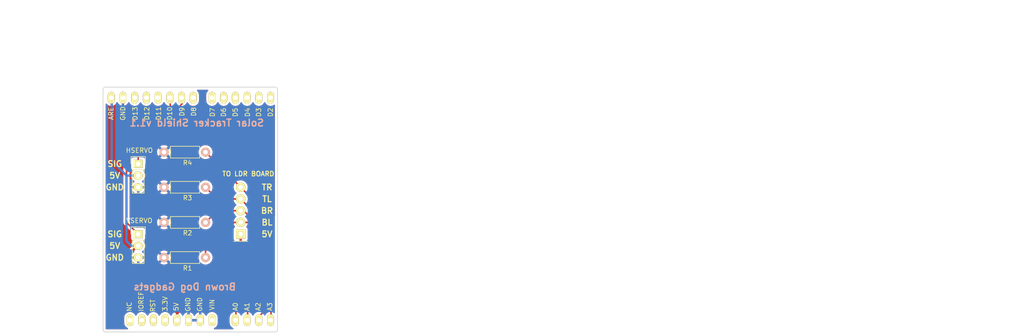
<source format=kicad_pcb>
(kicad_pcb (version 4) (host pcbnew 4.0.7-e2-6376~58~ubuntu16.04.1)

  (general
    (links 22)
    (no_connects 4)
    (area 0.004 29.337 222.092759 101.596)
    (thickness 1.6)
    (drawings 23)
    (tracks 46)
    (zones 0)
    (modules 8)
    (nets 9)
  )

  (page USLetter)
  (title_block
    (title "Solar Tracker Arduino Shield")
    (date "08 May 2017")
    (rev "v1.1")
    (company "All rights reserved.")
    (comment 1 "help@browndoggadgets.com")
    (comment 2 "http://browndoggadgets.com/")
    (comment 3 "Brown Dog Gadgets")
  )

  (layers
    (0 F.Cu signal)
    (31 B.Cu signal)
    (34 B.Paste user)
    (35 F.Paste user)
    (36 B.SilkS user)
    (37 F.SilkS user)
    (38 B.Mask user)
    (39 F.Mask user)
    (40 Dwgs.User user)
    (44 Edge.Cuts user)
    (46 B.CrtYd user)
    (47 F.CrtYd user)
    (48 B.Fab user)
    (49 F.Fab user)
  )

  (setup
    (last_trace_width 0.254)
    (user_trace_width 0.1524)
    (user_trace_width 0.254)
    (user_trace_width 0.3302)
    (user_trace_width 0.508)
    (user_trace_width 0.762)
    (user_trace_width 1.27)
    (trace_clearance 0.254)
    (zone_clearance 0.508)
    (zone_45_only no)
    (trace_min 0.1524)
    (segment_width 0.1524)
    (edge_width 0.1524)
    (via_size 0.6858)
    (via_drill 0.3302)
    (via_min_size 0.6858)
    (via_min_drill 0.3302)
    (user_via 0.6858 0.3302)
    (user_via 0.762 0.4064)
    (user_via 0.8636 0.508)
    (uvia_size 0.6858)
    (uvia_drill 0.3302)
    (uvias_allowed no)
    (uvia_min_size 0)
    (uvia_min_drill 0)
    (pcb_text_width 0.1524)
    (pcb_text_size 1.016 1.016)
    (mod_edge_width 0.1524)
    (mod_text_size 1.016 1.016)
    (mod_text_width 0.1524)
    (pad_size 1.524 1.524)
    (pad_drill 0.762)
    (pad_to_mask_clearance 0.0762)
    (solder_mask_min_width 0.1016)
    (pad_to_paste_clearance -0.0762)
    (aux_axis_origin 0 0)
    (visible_elements FFFEDF7D)
    (pcbplotparams
      (layerselection 0x310fc_80000001)
      (usegerberextensions true)
      (excludeedgelayer true)
      (linewidth 0.100000)
      (plotframeref false)
      (viasonmask false)
      (mode 1)
      (useauxorigin false)
      (hpglpennumber 1)
      (hpglpenspeed 20)
      (hpglpendiameter 15)
      (hpglpenoverlay 2)
      (psnegative false)
      (psa4output false)
      (plotreference true)
      (plotvalue true)
      (plotinvisibletext false)
      (padsonsilk false)
      (subtractmaskfromsilk false)
      (outputformat 1)
      (mirror false)
      (drillshape 0)
      (scaleselection 1)
      (outputdirectory gerbers))
  )

  (net 0 "")
  (net 1 GND)
  (net 2 +5V)
  (net 3 /A0/BOTTOMLEFT)
  (net 4 /A1/BOTTOMRIGHT)
  (net 5 /A2/TOPLEFT)
  (net 6 /A3/TOPRIGHT)
  (net 7 /D9/HORIZONTAL_SERVO)
  (net 8 /D10/VERTICAL_SERVO)

  (net_class Default "This is the default net class."
    (clearance 0.254)
    (trace_width 0.254)
    (via_dia 0.6858)
    (via_drill 0.3302)
    (uvia_dia 0.6858)
    (uvia_drill 0.3302)
    (add_net +5V)
    (add_net /A0/BOTTOMLEFT)
    (add_net /A1/BOTTOMRIGHT)
    (add_net /A2/TOPLEFT)
    (add_net /A3/TOPRIGHT)
    (add_net /D10/VERTICAL_SERVO)
    (add_net /D9/HORIZONTAL_SERVO)
    (add_net GND)
  )

  (module Wickerlib:CONN-HEADER-STRAIGHT-P2.54MM-1x03 (layer F.Cu) (tedit 5910DA14) (tstamp 57D617B5)
    (at 30.226 79.883)
    (descr "Through hole pin header")
    (tags "pin header")
    (path /57CF461B)
    (fp_text reference J2 (at 0 2.794) (layer F.Fab)
      (effects (font (size 1 1) (thickness 0.15)))
    )
    (fp_text value SERVO (at 0 2.794 90) (layer F.CrtYd)
      (effects (font (size 1 1) (thickness 0.15)))
    )
    (fp_text user VSERVO (at 0.254 -2.921) (layer F.SilkS)
      (effects (font (size 1 1) (thickness 0.15)))
    )
    (fp_line (start -1.778 6.858) (end -1.778 -1.778) (layer F.Fab) (width 0.05))
    (fp_line (start 1.778 6.858) (end -1.778 6.858) (layer F.Fab) (width 0.05))
    (fp_line (start 1.778 -1.778) (end 1.778 6.858) (layer F.Fab) (width 0.05))
    (fp_line (start -1.778 -1.778) (end 1.778 -1.778) (layer F.Fab) (width 0.05))
    (fp_line (start -1.75 -1.75) (end -1.75 6.85) (layer F.CrtYd) (width 0.05))
    (fp_line (start 1.75 -1.75) (end 1.75 6.85) (layer F.CrtYd) (width 0.05))
    (fp_line (start -1.75 -1.75) (end 1.75 -1.75) (layer F.CrtYd) (width 0.05))
    (fp_line (start -1.75 6.85) (end 1.75 6.85) (layer F.CrtYd) (width 0.05))
    (fp_line (start -1.27 1.27) (end -1.27 6.35) (layer F.SilkS) (width 0.15))
    (fp_line (start -1.27 6.35) (end 1.27 6.35) (layer F.SilkS) (width 0.15))
    (fp_line (start 1.27 6.35) (end 1.27 1.27) (layer F.SilkS) (width 0.15))
    (fp_line (start 1.55 -1.55) (end 1.55 0) (layer F.SilkS) (width 0.15))
    (fp_line (start 1.27 1.27) (end -1.27 1.27) (layer F.SilkS) (width 0.15))
    (fp_line (start -1.55 0) (end -1.55 -1.55) (layer F.SilkS) (width 0.15))
    (fp_line (start -1.55 -1.55) (end 1.55 -1.55) (layer F.SilkS) (width 0.15))
    (pad 1 thru_hole rect (at 0 0) (size 2.032 1.7272) (drill 1.016) (layers *.Cu *.Mask F.SilkS)
      (net 8 /D10/VERTICAL_SERVO))
    (pad 2 thru_hole oval (at 0 2.54) (size 2.032 1.7272) (drill 1.016) (layers *.Cu *.Mask F.SilkS)
      (net 2 +5V))
    (pad 3 thru_hole oval (at 0 5.08) (size 2.032 1.7272) (drill 1.016) (layers *.Cu *.Mask F.SilkS)
      (net 1 GND))
  )

  (module Wickerlib:CONN-HEADER-STRAIGHT-P2.54MM-1x03 (layer F.Cu) (tedit 5910DA10) (tstamp 57D617AE)
    (at 30.226 64.643)
    (descr "Through hole pin header")
    (tags "pin header")
    (path /57CF459B)
    (fp_text reference J1 (at 0 2.794) (layer F.Fab)
      (effects (font (size 1 1) (thickness 0.15)))
    )
    (fp_text value SERVO (at 0 2.794 90) (layer F.CrtYd)
      (effects (font (size 1 1) (thickness 0.15)))
    )
    (fp_text user HSERVO (at 0.254 -2.921) (layer F.SilkS)
      (effects (font (size 1 1) (thickness 0.15)))
    )
    (fp_line (start -1.778 6.858) (end -1.778 -1.778) (layer F.Fab) (width 0.05))
    (fp_line (start 1.778 6.858) (end -1.778 6.858) (layer F.Fab) (width 0.05))
    (fp_line (start 1.778 -1.778) (end 1.778 6.858) (layer F.Fab) (width 0.05))
    (fp_line (start -1.778 -1.778) (end 1.778 -1.778) (layer F.Fab) (width 0.05))
    (fp_line (start -1.75 -1.75) (end -1.75 6.85) (layer F.CrtYd) (width 0.05))
    (fp_line (start 1.75 -1.75) (end 1.75 6.85) (layer F.CrtYd) (width 0.05))
    (fp_line (start -1.75 -1.75) (end 1.75 -1.75) (layer F.CrtYd) (width 0.05))
    (fp_line (start -1.75 6.85) (end 1.75 6.85) (layer F.CrtYd) (width 0.05))
    (fp_line (start -1.27 1.27) (end -1.27 6.35) (layer F.SilkS) (width 0.15))
    (fp_line (start -1.27 6.35) (end 1.27 6.35) (layer F.SilkS) (width 0.15))
    (fp_line (start 1.27 6.35) (end 1.27 1.27) (layer F.SilkS) (width 0.15))
    (fp_line (start 1.55 -1.55) (end 1.55 0) (layer F.SilkS) (width 0.15))
    (fp_line (start 1.27 1.27) (end -1.27 1.27) (layer F.SilkS) (width 0.15))
    (fp_line (start -1.55 0) (end -1.55 -1.55) (layer F.SilkS) (width 0.15))
    (fp_line (start -1.55 -1.55) (end 1.55 -1.55) (layer F.SilkS) (width 0.15))
    (pad 1 thru_hole rect (at 0 0) (size 2.032 1.7272) (drill 1.016) (layers *.Cu *.Mask F.SilkS)
      (net 7 /D9/HORIZONTAL_SERVO))
    (pad 2 thru_hole oval (at 0 2.54) (size 2.032 1.7272) (drill 1.016) (layers *.Cu *.Mask F.SilkS)
      (net 2 +5V))
    (pad 3 thru_hole oval (at 0 5.08) (size 2.032 1.7272) (drill 1.016) (layers *.Cu *.Mask F.SilkS)
      (net 1 GND))
  )

  (module Wickerlib:CONN-ONSHORE-SCREW-GREEN-5PIN-TH (layer F.Cu) (tedit 5910DA02) (tstamp 57D62735)
    (at 52.451 79.883 180)
    (descr "Through hole pin header")
    (tags "pin header")
    (path /57D62907)
    (fp_text reference J3 (at 0 2.54 180) (layer F.Fab)
      (effects (font (size 1 1) (thickness 0.15)))
    )
    (fp_text value "TO LDR BOARD" (at 2.286 3.302 270) (layer F.Fab) hide
      (effects (font (size 1 1) (thickness 0.15)))
    )
    (fp_circle (center 0 0) (end 0 0.254) (layer F.Fab) (width 0.2))
    (fp_text user "TO LDR BOARD" (at -1.651 13.081 360) (layer F.SilkS)
      (effects (font (size 1.016 1.016) (thickness 0.2032)))
    )
    (fp_line (start -3.33 -1.75) (end -3.33 11.76) (layer F.CrtYd) (width 0.05))
    (fp_line (start 3.33 -1.75) (end 3.33 11.76) (layer F.CrtYd) (width 0.05))
    (fp_line (start -3.3 -1.75) (end 3.3 -1.75) (layer F.CrtYd) (width 0.05))
    (fp_line (start -3.3 11.76) (end 3.3 11.76) (layer F.CrtYd) (width 0.05))
    (fp_line (start -1.55 -1.55) (end 1.55 -1.55) (layer F.SilkS) (width 0.15))
    (fp_line (start 3.33 -1.75) (end 3.33 11.76) (layer F.Fab) (width 0.05))
    (fp_line (start -3.3 -1.75) (end 3.3 -1.75) (layer F.Fab) (width 0.05))
    (fp_line (start -3.33 -1.75) (end -3.33 11.76) (layer F.Fab) (width 0.05))
    (fp_line (start -3.3 11.76) (end 3.3 11.76) (layer F.Fab) (width 0.05))
    (pad 1 thru_hole rect (at 0 0 180) (size 2.032 2.032) (drill 1.016) (layers *.Cu *.Mask F.SilkS)
      (net 2 +5V))
    (pad 2 thru_hole oval (at 0 2.54 180) (size 2.032 2.032) (drill 1.016) (layers *.Cu *.Mask F.SilkS)
      (net 3 /A0/BOTTOMLEFT))
    (pad 3 thru_hole oval (at 0 5.08 180) (size 2.032 2.032) (drill 1.016) (layers *.Cu *.Mask F.SilkS)
      (net 4 /A1/BOTTOMRIGHT))
    (pad 4 thru_hole oval (at 0 7.62 180) (size 2.032 2.032) (drill 1.016) (layers *.Cu *.Mask F.SilkS)
      (net 5 /A2/TOPLEFT))
    (pad 5 thru_hole oval (at 0 10.16 180) (size 2.032 2.032) (drill 1.016) (layers *.Cu *.Mask F.SilkS)
      (net 6 /A3/TOPRIGHT))
  )

  (module Wickerlib:ARDUINO-UNO-SHIELD-CUSTOM1 locked (layer F.Cu) (tedit 5910DC55) (tstamp 5910DCE4)
    (at 0.508 101.092)
    (descr none)
    (path /5911035A)
    (fp_text reference U1 (at 5.715 -57.15) (layer F.SilkS) hide
      (effects (font (thickness 0.3048)))
    )
    (fp_text value ARDUINO (at 10.16 -54.61) (layer F.SilkS) hide
      (effects (font (thickness 0.3048)))
    )
    (fp_line (start 0 0) (end 66.04 0) (layer F.CrtYd) (width 0.2))
    (fp_line (start 66.04 -2.54) (end 66.04 0) (layer F.CrtYd) (width 0.2))
    (fp_line (start 66.04 -2.54) (end 70.993 -6.223) (layer F.CrtYd) (width 0.2))
    (fp_line (start 66.04 -40.64) (end 70.993 -35.814) (layer F.CrtYd) (width 0.2))
    (fp_line (start 70.993 -35.814) (end 70.993 -27.94) (layer F.CrtYd) (width 0.2))
    (fp_line (start 70.993 -27.94) (end 70.993 -6.223) (layer F.CrtYd) (width 0.2))
    (fp_text user IOREF (at 30.353 -6.604 90) (layer F.SilkS)
      (effects (font (size 1 1) (thickness 0.15)))
    )
    (fp_text user NC (at 27.793 -5.461 90) (layer F.SilkS)
      (effects (font (size 1 1) (thickness 0.15)))
    )
    (fp_text user RST (at 32.893 -5.715 90) (layer F.SilkS)
      (effects (font (size 1 1) (thickness 0.15)))
    )
    (fp_text user 3.3V (at 35.56 -6.096 90) (layer F.SilkS)
      (effects (font (size 1 1) (thickness 0.15)))
    )
    (fp_text user 5V (at 37.953 -5.461 90) (layer F.SilkS)
      (effects (font (size 1 1) (thickness 0.15)))
    )
    (fp_text user GND (at 40.493 -5.969 90) (layer F.SilkS)
      (effects (font (size 1 1) (thickness 0.15)))
    )
    (fp_text user GND (at 43.068 -5.969 90) (layer F.SilkS)
      (effects (font (size 1 1) (thickness 0.15)))
    )
    (fp_text user VIN (at 45.743 -5.894 90) (layer F.SilkS)
      (effects (font (size 1 1) (thickness 0.15)))
    )
    (fp_text user A3 (at 58.273 -5.461 90) (layer F.SilkS)
      (effects (font (size 1 1) (thickness 0.15)))
    )
    (fp_text user A2 (at 55.733 -5.461 90) (layer F.SilkS)
      (effects (font (size 1 1) (thickness 0.15)))
    )
    (fp_text user A1 (at 53.32 -5.461 90) (layer F.SilkS)
      (effects (font (size 1 1) (thickness 0.15)))
    )
    (fp_text user A0 (at 50.8 -5.461 90) (layer F.SilkS)
      (effects (font (size 1 1) (thickness 0.15)))
    )
    (fp_text user ARE (at 23.856 -47.371 90) (layer F.SilkS)
      (effects (font (size 1 1) (thickness 0.15)))
    )
    (fp_text user GND (at 26.396 -47.371 90) (layer F.SilkS)
      (effects (font (size 1 1) (thickness 0.15)))
    )
    (fp_text user D13 (at 29.063 -47.371 90) (layer F.SilkS)
      (effects (font (size 1 1) (thickness 0.15)))
    )
    (fp_text user D12 (at 31.603 -47.371 90) (layer F.SilkS)
      (effects (font (size 1 1) (thickness 0.15)))
    )
    (fp_text user D11 (at 34.143 -47.371 90) (layer F.SilkS)
      (effects (font (size 1 1) (thickness 0.15)))
    )
    (fp_text user D10 (at 36.556 -47.371 90) (layer F.SilkS)
      (effects (font (size 1 1) (thickness 0.15)))
    )
    (fp_text user D9 (at 39.223 -47.752 90) (layer F.SilkS)
      (effects (font (size 1 1) (thickness 0.15)))
    )
    (fp_text user D8 (at 41.763 -47.752 90) (layer F.SilkS)
      (effects (font (size 1 1) (thickness 0.15)))
    )
    (fp_text user D7 (at 45.827 -47.625 90) (layer F.SilkS)
      (effects (font (size 1 1) (thickness 0.15)))
    )
    (fp_text user D6 (at 48.24 -47.625 90) (layer F.SilkS)
      (effects (font (size 1 1) (thickness 0.15)))
    )
    (fp_text user D5 (at 50.78 -47.625 90) (layer F.SilkS)
      (effects (font (size 1 1) (thickness 0.15)))
    )
    (fp_text user D4 (at 53.447 -47.625 90) (layer F.SilkS)
      (effects (font (size 1 1) (thickness 0.15)))
    )
    (fp_text user D3 (at 55.86 -47.625 90) (layer F.SilkS)
      (effects (font (size 1 1) (thickness 0.15)))
    )
    (fp_text user D2 (at 58.4 -47.625 90) (layer F.SilkS)
      (effects (font (size 1 1) (thickness 0.15)))
    )
    (fp_line (start 66.04 -40.64) (end 66.04 -52.07) (layer F.CrtYd) (width 0.2))
    (fp_line (start 66.04 -52.07) (end 64.77 -53.34) (layer F.CrtYd) (width 0.2))
    (fp_line (start 64.77 -53.34) (end 0 -53.34) (layer F.CrtYd) (width 0.2))
    (fp_line (start 0 0) (end 0 -53.34) (layer F.CrtYd) (width 0.2))
    (pad A3 thru_hole oval (at 58.42 -2.54 90) (size 2.54 1.524) (drill 1.016) (layers *.Cu *.Mask F.SilkS)
      (net 6 /A3/TOPRIGHT))
    (pad A0 thru_hole oval (at 50.8 -2.54 90) (size 2.54 1.524) (drill 1.016) (layers *.Cu *.Mask F.SilkS)
      (net 3 /A0/BOTTOMLEFT))
    (pad A1 thru_hole oval (at 53.34 -2.54 90) (size 2.54 1.524) (drill 1.016) (layers *.Cu *.Mask F.SilkS)
      (net 4 /A1/BOTTOMRIGHT))
    (pad A2 thru_hole oval (at 55.88 -2.54 90) (size 2.54 1.524) (drill 1.016) (layers *.Cu *.Mask F.SilkS)
      (net 5 /A2/TOPLEFT))
    (pad VIN thru_hole oval (at 45.72 -2.54 90) (size 2.54 1.524) (drill 1.016) (layers *.Cu *.Mask F.SilkS))
    (pad GND2 thru_hole oval (at 43.18 -2.54 90) (size 2.54 1.524) (drill 1.016) (layers *.Cu *.Mask F.SilkS)
      (net 1 GND))
    (pad GND1 thru_hole oval (at 40.64 -2.54 90) (size 2.54 1.524) (drill 1.016) (layers *.Cu *.Mask F.SilkS)
      (net 1 GND))
    (pad 3V3 thru_hole oval (at 35.56 -2.54 90) (size 2.54 1.524) (drill 1.016) (layers *.Cu *.Mask F.SilkS))
    (pad RST thru_hole oval (at 33.02 -2.54 90) (size 2.54 1.524) (drill 1.016) (layers *.Cu *.Mask F.SilkS))
    (pad D2 thru_hole oval (at 58.42 -50.8 90) (size 2.54 1.524) (drill 1.016) (layers *.Cu *.Mask F.SilkS))
    (pad D3 thru_hole oval (at 55.88 -50.8 90) (size 2.54 1.524) (drill 1.016) (layers *.Cu *.Mask F.SilkS))
    (pad D4 thru_hole oval (at 53.34 -50.8 90) (size 2.54 1.524) (drill 1.016) (layers *.Cu *.Mask F.SilkS))
    (pad D5 thru_hole oval (at 50.8 -50.8 90) (size 2.54 1.524) (drill 1.016) (layers *.Cu *.Mask F.SilkS))
    (pad D6 thru_hole oval (at 48.26 -50.8 90) (size 2.54 1.524) (drill 1.016) (layers *.Cu *.Mask F.SilkS))
    (pad D7 thru_hole oval (at 45.72 -50.8 90) (size 2.54 1.524) (drill 1.016) (layers *.Cu *.Mask F.SilkS))
    (pad D8 thru_hole oval (at 41.656 -50.8 90) (size 2.54 1.524) (drill 1.016) (layers *.Cu *.Mask F.SilkS))
    (pad D9 thru_hole oval (at 39.116 -50.8 90) (size 2.54 1.524) (drill 1.016) (layers *.Cu *.Mask F.SilkS)
      (net 7 /D9/HORIZONTAL_SERVO))
    (pad D10 thru_hole oval (at 36.576 -50.8 90) (size 2.54 1.524) (drill 1.016) (layers *.Cu *.Mask F.SilkS)
      (net 8 /D10/VERTICAL_SERVO))
    (pad D11 thru_hole oval (at 34.036 -50.8 90) (size 2.54 1.524) (drill 1.016) (layers *.Cu *.Mask F.SilkS))
    (pad D12 thru_hole oval (at 31.496 -50.8 90) (size 2.54 1.524) (drill 1.016) (layers *.Cu *.Mask F.SilkS))
    (pad D13 thru_hole oval (at 28.956 -50.8 90) (size 2.54 1.524) (drill 1.016) (layers *.Cu *.Mask F.SilkS))
    (pad GND3 thru_hole oval (at 26.416 -50.8 90) (size 2.54 1.524) (drill 1.016) (layers *.Cu *.Mask F.SilkS)
      (net 1 GND))
    (pad AREF thru_hole oval (at 23.876 -50.8 90) (size 2.54 1.524) (drill 1.016) (layers *.Cu *.Mask F.SilkS)
      (net 2 +5V))
    (pad 5V thru_hole oval (at 38.1 -2.54 90) (size 2.54 1.524) (drill 1.016) (layers *.Cu *.Mask F.SilkS)
      (net 2 +5V))
    (pad IO thru_hole oval (at 30.48 -2.54 90) (size 2.54 1.524) (drill 1.016) (layers *.Cu *.Mask F.SilkS))
    (pad NC thru_hole oval (at 27.94 -2.54 90) (size 2.54 1.524) (drill 1.016) (layers *.Cu *.Mask F.SilkS))
  )

  (module Wickerlib:RES-CARBONFILM-7MM (layer F.Cu) (tedit 5860127D) (tstamp 57D617D7)
    (at 44.831 62.103 180)
    (descr "Resistor, Axial,  RM 7.62mm, 1/3W,")
    (tags "Resistor Axial RM 7.62mm 1/3W R3")
    (path /57D2C3C8)
    (fp_text reference R4 (at 3.8 0 180) (layer F.Fab)
      (effects (font (size 1 1) (thickness 0.15)))
    )
    (fp_text value 10K (at 3.81 3.81 180) (layer F.Fab) hide
      (effects (font (size 1 1) (thickness 0.15)))
    )
    (fp_text user %R (at 3.9 -2.3 180) (layer F.SilkS)
      (effects (font (size 1 1) (thickness 0.15)))
    )
    (fp_line (start 10.414 -1.524) (end -1.27 -1.524) (layer F.Fab) (width 0.0508))
    (fp_line (start 10.414 1.5) (end 10.414 -1.5) (layer F.Fab) (width 0.0508))
    (fp_line (start -1.27 1.524) (end 10.414 1.524) (layer F.Fab) (width 0.0508))
    (fp_line (start -1.27 -1.524) (end -1.27 1.524) (layer F.Fab) (width 0.0508))
    (fp_line (start 1.27 -1.27) (end 7.62 -1.27) (layer F.SilkS) (width 0.15))
    (fp_line (start 7.62 -1.27) (end 7.62 1.27) (layer F.SilkS) (width 0.15))
    (fp_line (start 7.62 1.27) (end 1.27 1.27) (layer F.SilkS) (width 0.15))
    (fp_line (start 1.27 1.27) (end 1.27 -1.27) (layer F.SilkS) (width 0.15))
    (pad 1 thru_hole circle (at 0 0 180) (size 1.99898 1.99898) (drill 1.00076) (layers *.Cu *.SilkS *.Mask)
      (net 6 /A3/TOPRIGHT))
    (pad 2 thru_hole circle (at 9 0 180) (size 1.99898 1.99898) (drill 1.00076) (layers *.Cu *.SilkS *.Mask)
      (net 1 GND))
  )

  (module Wickerlib:RES-CARBONFILM-7MM (layer F.Cu) (tedit 5860127D) (tstamp 57D617CB)
    (at 44.831 84.963 180)
    (descr "Resistor, Axial,  RM 7.62mm, 1/3W,")
    (tags "Resistor Axial RM 7.62mm 1/3W R3")
    (path /57D2C27B)
    (fp_text reference R1 (at 3.8 0 180) (layer F.Fab)
      (effects (font (size 1 1) (thickness 0.15)))
    )
    (fp_text value 10K (at 3.81 3.81 180) (layer F.Fab) hide
      (effects (font (size 1 1) (thickness 0.15)))
    )
    (fp_text user %R (at 3.9 -2.3 180) (layer F.SilkS)
      (effects (font (size 1 1) (thickness 0.15)))
    )
    (fp_line (start 10.414 -1.524) (end -1.27 -1.524) (layer F.Fab) (width 0.0508))
    (fp_line (start 10.414 1.5) (end 10.414 -1.5) (layer F.Fab) (width 0.0508))
    (fp_line (start -1.27 1.524) (end 10.414 1.524) (layer F.Fab) (width 0.0508))
    (fp_line (start -1.27 -1.524) (end -1.27 1.524) (layer F.Fab) (width 0.0508))
    (fp_line (start 1.27 -1.27) (end 7.62 -1.27) (layer F.SilkS) (width 0.15))
    (fp_line (start 7.62 -1.27) (end 7.62 1.27) (layer F.SilkS) (width 0.15))
    (fp_line (start 7.62 1.27) (end 1.27 1.27) (layer F.SilkS) (width 0.15))
    (fp_line (start 1.27 1.27) (end 1.27 -1.27) (layer F.SilkS) (width 0.15))
    (pad 1 thru_hole circle (at 0 0 180) (size 1.99898 1.99898) (drill 1.00076) (layers *.Cu *.SilkS *.Mask)
      (net 3 /A0/BOTTOMLEFT))
    (pad 2 thru_hole circle (at 9 0 180) (size 1.99898 1.99898) (drill 1.00076) (layers *.Cu *.SilkS *.Mask)
      (net 1 GND))
  )

  (module Wickerlib:RES-CARBONFILM-7MM (layer F.Cu) (tedit 5860127D) (tstamp 57D617E3)
    (at 44.831 77.343 180)
    (descr "Resistor, Axial,  RM 7.62mm, 1/3W,")
    (tags "Resistor Axial RM 7.62mm 1/3W R3")
    (path /57D2C330)
    (fp_text reference R2 (at 3.8 0 180) (layer F.Fab)
      (effects (font (size 1 1) (thickness 0.15)))
    )
    (fp_text value 10K (at 3.81 3.81 180) (layer F.Fab) hide
      (effects (font (size 1 1) (thickness 0.15)))
    )
    (fp_text user %R (at 3.9 -2.3 180) (layer F.SilkS)
      (effects (font (size 1 1) (thickness 0.15)))
    )
    (fp_line (start 10.414 -1.524) (end -1.27 -1.524) (layer F.Fab) (width 0.0508))
    (fp_line (start 10.414 1.5) (end 10.414 -1.5) (layer F.Fab) (width 0.0508))
    (fp_line (start -1.27 1.524) (end 10.414 1.524) (layer F.Fab) (width 0.0508))
    (fp_line (start -1.27 -1.524) (end -1.27 1.524) (layer F.Fab) (width 0.0508))
    (fp_line (start 1.27 -1.27) (end 7.62 -1.27) (layer F.SilkS) (width 0.15))
    (fp_line (start 7.62 -1.27) (end 7.62 1.27) (layer F.SilkS) (width 0.15))
    (fp_line (start 7.62 1.27) (end 1.27 1.27) (layer F.SilkS) (width 0.15))
    (fp_line (start 1.27 1.27) (end 1.27 -1.27) (layer F.SilkS) (width 0.15))
    (pad 1 thru_hole circle (at 0 0 180) (size 1.99898 1.99898) (drill 1.00076) (layers *.Cu *.SilkS *.Mask)
      (net 4 /A1/BOTTOMRIGHT))
    (pad 2 thru_hole circle (at 9 0 180) (size 1.99898 1.99898) (drill 1.00076) (layers *.Cu *.SilkS *.Mask)
      (net 1 GND))
  )

  (module Wickerlib:RES-CARBONFILM-7MM (layer F.Cu) (tedit 5860127D) (tstamp 57D617EF)
    (at 44.831 69.723 180)
    (descr "Resistor, Axial,  RM 7.62mm, 1/3W,")
    (tags "Resistor Axial RM 7.62mm 1/3W R3")
    (path /57D2C491)
    (fp_text reference R3 (at 3.8 0 180) (layer F.Fab)
      (effects (font (size 1 1) (thickness 0.15)))
    )
    (fp_text value 10K (at 3.81 3.81 180) (layer F.Fab) hide
      (effects (font (size 1 1) (thickness 0.15)))
    )
    (fp_text user %R (at 3.9 -2.3 180) (layer F.SilkS)
      (effects (font (size 1 1) (thickness 0.15)))
    )
    (fp_line (start 10.414 -1.524) (end -1.27 -1.524) (layer F.Fab) (width 0.0508))
    (fp_line (start 10.414 1.5) (end 10.414 -1.5) (layer F.Fab) (width 0.0508))
    (fp_line (start -1.27 1.524) (end 10.414 1.524) (layer F.Fab) (width 0.0508))
    (fp_line (start -1.27 -1.524) (end -1.27 1.524) (layer F.Fab) (width 0.0508))
    (fp_line (start 1.27 -1.27) (end 7.62 -1.27) (layer F.SilkS) (width 0.15))
    (fp_line (start 7.62 -1.27) (end 7.62 1.27) (layer F.SilkS) (width 0.15))
    (fp_line (start 7.62 1.27) (end 1.27 1.27) (layer F.SilkS) (width 0.15))
    (fp_line (start 1.27 1.27) (end 1.27 -1.27) (layer F.SilkS) (width 0.15))
    (pad 1 thru_hole circle (at 0 0 180) (size 1.99898 1.99898) (drill 1.00076) (layers *.Cu *.SilkS *.Mask)
      (net 5 /A2/TOPLEFT))
    (pad 2 thru_hole circle (at 9 0 180) (size 1.99898 1.99898) (drill 1.00076) (layers *.Cu *.SilkS *.Mask)
      (net 1 GND))
  )

  (gr_arc (start 23.114 100.584) (end 23.114 101.092) (angle 90) (layer Edge.Cuts) (width 0.1524))
  (gr_arc (start 59.944 100.584) (end 60.452 100.584) (angle 90) (layer Edge.Cuts) (width 0.1524))
  (gr_arc (start 59.944 48.514) (end 59.944 48.006) (angle 90) (layer Edge.Cuts) (width 0.1524))
  (gr_arc (start 23.114 48.514) (end 22.606 48.514) (angle 90) (layer Edge.Cuts) (width 0.1524))
  (gr_text "Solar Shield v1.1" (at 51.181 44.958) (layer F.Fab)
    (effects (font (size 1.5 1.5) (thickness 0.3)))
  )
  (gr_text "Brown Dog Gadgets " (at 39.751 91.313) (layer B.SilkS)
    (effects (font (size 1.5 1.5) (thickness 0.3)) (justify mirror))
  )
  (gr_text "Solar Tracker Shield v1.1" (at 42.926 55.753) (layer B.SilkS)
    (effects (font (size 1.5 1.5) (thickness 0.3)) (justify mirror))
  )
  (gr_text BL (at 58.166 77.343) (layer F.SilkS) (tstamp 57D6274E)
    (effects (font (size 1.27 1.27) (thickness 0.254)))
  )
  (gr_text TR (at 58.166 69.723) (layer F.SilkS) (tstamp 57D6274D)
    (effects (font (size 1.27 1.27) (thickness 0.254)))
  )
  (gr_text TL (at 58.166 72.263) (layer F.SilkS) (tstamp 57D6274C)
    (effects (font (size 1.27 1.27) (thickness 0.254)))
  )
  (gr_text BR (at 58.166 74.803) (layer F.SilkS) (tstamp 57D6274B)
    (effects (font (size 1.27 1.27) (thickness 0.254)))
  )
  (gr_text 5V (at 58.166 79.883) (layer F.SilkS) (tstamp 57D6274A)
    (effects (font (size 1.27 1.27) (thickness 0.254)))
  )
  (gr_text GND (at 25.146 84.963) (layer F.SilkS) (tstamp 57D619B6)
    (effects (font (size 1.27 1.27) (thickness 0.254)))
  )
  (gr_text 5V (at 25.146 82.423) (layer F.SilkS) (tstamp 57D619B5)
    (effects (font (size 1.27 1.27) (thickness 0.254)))
  )
  (gr_text GND (at 25.146 69.723) (layer F.SilkS) (tstamp 57D61989)
    (effects (font (size 1.27 1.27) (thickness 0.254)))
  )
  (gr_text 5V (at 25.146 67.183) (layer F.SilkS) (tstamp 57D61988)
    (effects (font (size 1.27 1.27) (thickness 0.254)))
  )
  (gr_text SIG (at 25.146 64.643) (layer F.SilkS) (tstamp 57D61987)
    (effects (font (size 1.27 1.27) (thickness 0.254)))
  )
  (gr_text SIG (at 25.146 79.883) (layer F.SilkS)
    (effects (font (size 1.27 1.27) (thickness 0.254)))
  )
  (gr_line (start 59.944 101.092) (end 23.114 101.092) (angle 90) (layer Edge.Cuts) (width 0.15) (tstamp 57C71440))
  (gr_line (start 60.452 48.514) (end 60.452 100.584) (angle 90) (layer Edge.Cuts) (width 0.15) (tstamp 57C71422))
  (gr_line (start 22.606 48.514) (end 22.606 100.584) (angle 90) (layer Edge.Cuts) (width 0.15))
  (gr_line (start 59.944 48.006) (end 23.114 48.006) (angle 90) (layer Edge.Cuts) (width 0.15))
  (gr_text "FABRICATION NOTES\n\n1. THIS IS A 2 LAYER BOARD. \n2. EXTERNAL LAYERS SHALL HAVE 1 OZ COPPER.\n3. MATERIAL: FR4 AND 0.062 INCH +/- 10% THICK.\n4. BOARDS SHALL BE ROHS COMPLIANT. \n5. MANUFACTURE IN ACCORDANCE WITH IPC-6012 CLASS 2\n6. MASK: BOTH SIDES OF THE BOARD SHALL HAVE \n   SOLDER MASK (ANY COLOR) OVER BARE COPPER. \n7. SILK: BOTH SIDES OF THE BOARD SHALL HAVE \n   WHITE SILKSCREEN. DO NOT PLACE SILK OVER BARE COPPER.\n8. FINISH: ENIG.\n9. MINIMUM TRACE WIDTH - 0.006 INCH.\n   MINIMUM SPACE - 0.006 INCH.\n   MINIMUM HOLE DIA - 0.013 INCH. \n10. MAX HOLE PLACEMENT TOLERANCE OF +/- 0.003 INCH.\n11. MAX HOLE DIAMETER TOLERANCE OF +/- 0.003 INCH AFTER PLATING." (at 79.248 63.754) (layer Dwgs.User)
    (effects (font (size 2.54 2.54) (thickness 0.254)) (justify left))
  )

  (segment (start 52.451 79.883) (end 52.451 83.2612) (width 0.508) (layer F.Cu) (net 2))
  (segment (start 52.451 83.2612) (end 38.6842 97.028) (width 0.508) (layer F.Cu) (net 2))
  (segment (start 27.686 86.0298) (end 27.686 84.8106) (width 0.508) (layer F.Cu) (net 2))
  (segment (start 27.686 84.8106) (end 30.0736 82.423) (width 0.508) (layer F.Cu) (net 2))
  (segment (start 30.0736 82.423) (end 30.226 82.423) (width 0.508) (layer F.Cu) (net 2))
  (segment (start 38.6842 98.552) (end 38.6842 97.028) (width 0.508) (layer F.Cu) (net 2))
  (segment (start 38.6842 97.028) (end 27.686 86.0298) (width 0.508) (layer F.Cu) (net 2))
  (segment (start 27.686 67.183) (end 27.686 81.407) (width 0.508) (layer B.Cu) (net 2))
  (segment (start 27.686 81.407) (end 28.702 82.423) (width 0.508) (layer B.Cu) (net 2))
  (segment (start 28.702 82.423) (end 30.226 82.423) (width 0.508) (layer B.Cu) (net 2))
  (segment (start 24.4856 63.9826) (end 27.686 67.183) (width 0.508) (layer B.Cu) (net 2))
  (segment (start 27.686 67.183) (end 30.226 67.183) (width 0.508) (layer B.Cu) (net 2))
  (segment (start 24.4856 50.292) (end 24.4856 63.9826) (width 0.508) (layer B.Cu) (net 2))
  (segment (start 52.451 77.343) (end 54.356 77.343) (width 0.3302) (layer F.Cu) (net 3))
  (segment (start 54.356 77.343) (end 55.626 78.613) (width 0.3302) (layer F.Cu) (net 3))
  (segment (start 55.626 78.613) (end 55.626 88.138) (width 0.3302) (layer F.Cu) (net 3))
  (segment (start 55.626 88.138) (end 51.4096 92.3544) (width 0.3302) (layer F.Cu) (net 3))
  (segment (start 51.4096 92.3544) (end 51.4096 98.552) (width 0.3302) (layer F.Cu) (net 3))
  (segment (start 52.451 77.343) (end 51.01416 77.343) (width 0.3302) (layer F.Cu) (net 3))
  (segment (start 51.01416 77.343) (end 44.831 83.52616) (width 0.3302) (layer F.Cu) (net 3))
  (segment (start 44.831 83.52616) (end 44.831 84.963) (width 0.3302) (layer F.Cu) (net 3))
  (segment (start 53.9496 94.488) (end 53.9496 97.2058) (width 0.3302) (layer F.Cu) (net 4))
  (segment (start 52.451 74.803) (end 53.086 74.803) (width 0.3302) (layer F.Cu) (net 4))
  (segment (start 53.086 74.803) (end 56.896 78.613) (width 0.3302) (layer F.Cu) (net 4))
  (segment (start 56.896 78.613) (end 56.896 91.5416) (width 0.3302) (layer F.Cu) (net 4))
  (segment (start 56.896 91.5416) (end 53.9496 94.488) (width 0.3302) (layer F.Cu) (net 4))
  (segment (start 53.9496 97.2058) (end 53.9496 98.552) (width 0.3302) (layer F.Cu) (net 4))
  (segment (start 52.451 74.803) (end 47.371 74.803) (width 0.3302) (layer F.Cu) (net 4))
  (segment (start 47.371 74.803) (end 44.831 77.343) (width 0.3302) (layer F.Cu) (net 4))
  (segment (start 56.4896 97.663) (end 56.4896 98.552) (width 0.3302) (layer F.Cu) (net 5))
  (segment (start 52.451 72.263) (end 58.166 77.978) (width 0.3302) (layer F.Cu) (net 5))
  (segment (start 58.166 77.978) (end 58.166 95.9866) (width 0.3302) (layer F.Cu) (net 5))
  (segment (start 58.166 95.9866) (end 56.4896 97.663) (width 0.3302) (layer F.Cu) (net 5))
  (segment (start 52.451 72.263) (end 47.371 72.263) (width 0.3302) (layer F.Cu) (net 5))
  (segment (start 47.371 72.263) (end 44.831 69.723) (width 0.3302) (layer F.Cu) (net 5))
  (segment (start 52.451 69.723) (end 59.0296 76.3016) (width 0.3302) (layer F.Cu) (net 6))
  (segment (start 59.0296 76.3016) (end 59.0296 98.552) (width 0.3302) (layer F.Cu) (net 6))
  (segment (start 44.831 62.103) (end 52.451 69.723) (width 0.3302) (layer F.Cu) (net 6))
  (segment (start 39.7256 50.292) (end 39.7256 51.6382) (width 0.3302) (layer F.Cu) (net 7))
  (segment (start 30.226 61.1378) (end 30.226 64.643) (width 0.3302) (layer F.Cu) (net 7))
  (segment (start 39.7256 51.6382) (end 30.226 61.1378) (width 0.3302) (layer F.Cu) (net 7))
  (segment (start 27.686 66.04) (end 27.686 77.343) (width 0.3302) (layer F.Cu) (net 8))
  (segment (start 37.1856 50.292) (end 37.1856 52.9844) (width 0.3302) (layer F.Cu) (net 8))
  (segment (start 37.1856 52.9844) (end 27.686 62.484) (width 0.3302) (layer F.Cu) (net 8))
  (segment (start 27.686 62.484) (end 27.686 66.04) (width 0.3302) (layer F.Cu) (net 8))
  (segment (start 27.686 77.343) (end 30.226 79.883) (width 0.3302) (layer F.Cu) (net 8))

  (zone (net 1) (net_name GND) (layer F.Cu) (tstamp 0) (hatch edge 0.508)
    (connect_pads (clearance 0.508))
    (min_thickness 0.254)
    (fill yes (arc_segments 16) (thermal_gap 0.508) (thermal_bridge_width 0.508))
    (polygon
      (pts
        (xy 60.198 48.006) (xy 60.452 101.346) (xy 22.606 101.346) (xy 22.606 48.006)
      )
    )
    (filled_polygon
      (pts
        (xy 54.8259 78.944412) (xy 54.8259 87.806588) (xy 50.843844 91.788644) (xy 50.670404 92.048215) (xy 50.6095 92.3544)
        (xy 50.6095 96.825528) (xy 50.320172 97.018851) (xy 50.01734 97.47207) (xy 49.911 98.006679) (xy 49.911 99.097321)
        (xy 50.01734 99.63193) (xy 50.320172 100.085149) (xy 50.76444 100.382) (xy 46.77156 100.382) (xy 47.215828 100.085149)
        (xy 47.51866 99.63193) (xy 47.625 99.097321) (xy 47.625 98.006679) (xy 47.51866 97.47207) (xy 47.215828 97.018851)
        (xy 46.762609 96.716019) (xy 46.228 96.609679) (xy 45.693391 96.716019) (xy 45.240172 97.018851) (xy 44.94867 97.455113)
        (xy 44.930059 97.392059) (xy 44.586026 96.96637) (xy 44.105277 96.70474) (xy 44.03107 96.68978) (xy 43.815 96.81228)
        (xy 43.815 98.425) (xy 43.835 98.425) (xy 43.835 98.679) (xy 43.815 98.679) (xy 43.815 98.699)
        (xy 43.561 98.699) (xy 43.561 98.679) (xy 41.275 98.679) (xy 41.275 98.699) (xy 41.021 98.699)
        (xy 41.021 98.679) (xy 41.001 98.679) (xy 41.001 98.425) (xy 41.021 98.425) (xy 41.021 96.81228)
        (xy 41.275 96.81228) (xy 41.275 98.425) (xy 43.561 98.425) (xy 43.561 96.81228) (xy 43.34493 96.68978)
        (xy 43.270723 96.70474) (xy 42.789974 96.96637) (xy 42.445941 97.392059) (xy 42.418 97.486723) (xy 42.390059 97.392059)
        (xy 42.046026 96.96637) (xy 41.565277 96.70474) (xy 41.49107 96.68978) (xy 41.275 96.81228) (xy 41.021 96.81228)
        (xy 40.80493 96.68978) (xy 40.730723 96.70474) (xy 40.249974 96.96637) (xy 39.905941 97.392059) (xy 39.88733 97.455113)
        (xy 39.737924 97.231512) (xy 53.079618 83.889818) (xy 53.272329 83.601406) (xy 53.34 83.2612) (xy 53.34 81.54644)
        (xy 53.467 81.54644) (xy 53.702317 81.502162) (xy 53.918441 81.36309) (xy 54.063431 81.15089) (xy 54.11444 80.899)
        (xy 54.11444 78.867) (xy 54.070162 78.631683) (xy 53.93109 78.415559) (xy 53.782163 78.313802) (xy 53.896222 78.1431)
        (xy 54.024588 78.1431)
      )
    )
    (filled_polygon
      (pts
        (xy 27.051 50.165) (xy 27.071 50.165) (xy 27.071 50.419) (xy 27.051 50.419) (xy 27.051 52.03172)
        (xy 27.26707 52.15422) (xy 27.341277 52.13926) (xy 27.822026 51.87763) (xy 28.166059 51.451941) (xy 28.18467 51.388887)
        (xy 28.476172 51.825149) (xy 28.929391 52.127981) (xy 29.464 52.234321) (xy 29.998609 52.127981) (xy 30.451828 51.825149)
        (xy 30.734 51.40285) (xy 31.016172 51.825149) (xy 31.469391 52.127981) (xy 32.004 52.234321) (xy 32.538609 52.127981)
        (xy 32.991828 51.825149) (xy 33.274 51.40285) (xy 33.556172 51.825149) (xy 34.009391 52.127981) (xy 34.544 52.234321)
        (xy 35.078609 52.127981) (xy 35.531828 51.825149) (xy 35.814 51.40285) (xy 36.096172 51.825149) (xy 36.3855 52.018472)
        (xy 36.3855 52.652988) (xy 27.120244 61.918244) (xy 26.946804 62.177815) (xy 26.8859 62.484) (xy 26.8859 77.343)
        (xy 26.946804 77.649185) (xy 27.120244 77.908756) (xy 28.56256 79.351072) (xy 28.56256 80.7466) (xy 28.606838 80.981917)
        (xy 28.74591 81.198041) (xy 28.95811 81.343031) (xy 28.999439 81.3514) (xy 28.981585 81.36333) (xy 28.656729 81.849511)
        (xy 28.542655 82.423) (xy 28.588066 82.651298) (xy 27.057382 84.181982) (xy 26.864671 84.470394) (xy 26.797 84.8106)
        (xy 26.797 86.0298) (xy 26.864671 86.370006) (xy 27.016861 86.597774) (xy 27.057382 86.658418) (xy 37.539119 97.140155)
        (xy 37.338 97.44115) (xy 37.055828 97.018851) (xy 36.602609 96.716019) (xy 36.068 96.609679) (xy 35.533391 96.716019)
        (xy 35.080172 97.018851) (xy 34.798 97.44115) (xy 34.515828 97.018851) (xy 34.062609 96.716019) (xy 33.528 96.609679)
        (xy 32.993391 96.716019) (xy 32.540172 97.018851) (xy 32.258 97.44115) (xy 31.975828 97.018851) (xy 31.522609 96.716019)
        (xy 30.988 96.609679) (xy 30.453391 96.716019) (xy 30.000172 97.018851) (xy 29.718 97.44115) (xy 29.435828 97.018851)
        (xy 28.982609 96.716019) (xy 28.448 96.609679) (xy 27.913391 96.716019) (xy 27.460172 97.018851) (xy 27.15734 97.47207)
        (xy 27.051 98.006679) (xy 27.051 99.097321) (xy 27.15734 99.63193) (xy 27.460172 100.085149) (xy 27.90444 100.382)
        (xy 23.316 100.382) (xy 23.316 51.705163) (xy 23.396172 51.825149) (xy 23.849391 52.127981) (xy 24.384 52.234321)
        (xy 24.918609 52.127981) (xy 25.371828 51.825149) (xy 25.66333 51.388887) (xy 25.681941 51.451941) (xy 26.025974 51.87763)
        (xy 26.506723 52.13926) (xy 26.58093 52.15422) (xy 26.797 52.03172) (xy 26.797 50.419) (xy 26.777 50.419)
        (xy 26.777 50.165) (xy 26.797 50.165) (xy 26.797 50.145) (xy 27.051 50.145)
      )
    )
    (filled_polygon
      (pts
        (xy 45.240172 48.758851) (xy 44.93734 49.21207) (xy 44.831 49.746679) (xy 44.831 50.837321) (xy 44.93734 51.37193)
        (xy 45.240172 51.825149) (xy 45.693391 52.127981) (xy 46.228 52.234321) (xy 46.762609 52.127981) (xy 47.215828 51.825149)
        (xy 47.498 51.40285) (xy 47.780172 51.825149) (xy 48.233391 52.127981) (xy 48.768 52.234321) (xy 49.302609 52.127981)
        (xy 49.755828 51.825149) (xy 50.038 51.40285) (xy 50.320172 51.825149) (xy 50.773391 52.127981) (xy 51.308 52.234321)
        (xy 51.842609 52.127981) (xy 52.295828 51.825149) (xy 52.578 51.40285) (xy 52.860172 51.825149) (xy 53.313391 52.127981)
        (xy 53.848 52.234321) (xy 54.382609 52.127981) (xy 54.835828 51.825149) (xy 55.118 51.40285) (xy 55.400172 51.825149)
        (xy 55.853391 52.127981) (xy 56.388 52.234321) (xy 56.922609 52.127981) (xy 57.375828 51.825149) (xy 57.658 51.40285)
        (xy 57.940172 51.825149) (xy 58.393391 52.127981) (xy 58.928 52.234321) (xy 59.462609 52.127981) (xy 59.742 51.941297)
        (xy 59.742 75.955312) (xy 59.595356 75.735844) (xy 54.04279 70.183278) (xy 54.134345 69.723) (xy 54.00867 69.09119)
        (xy 53.650778 68.555567) (xy 53.115155 68.197675) (xy 52.483345 68.072) (xy 52.418655 68.072) (xy 52.012334 68.152822)
        (xy 46.413524 62.554012) (xy 46.465206 62.429547) (xy 46.465774 61.779306) (xy 46.217462 61.178345) (xy 45.758073 60.718154)
        (xy 45.157547 60.468794) (xy 44.507306 60.468226) (xy 43.906345 60.716538) (xy 43.446154 61.175927) (xy 43.196794 61.776453)
        (xy 43.196226 62.426694) (xy 43.444538 63.027655) (xy 43.903927 63.487846) (xy 44.504453 63.737206) (xy 45.154694 63.737774)
        (xy 45.28176 63.685272) (xy 50.85921 69.262722) (xy 50.767655 69.723) (xy 50.89333 70.35481) (xy 51.251222 70.890433)
        (xy 51.404724 70.993) (xy 51.251222 71.095567) (xy 51.005778 71.4629) (xy 47.702412 71.4629) (xy 46.413524 70.174012)
        (xy 46.465206 70.049547) (xy 46.465774 69.399306) (xy 46.217462 68.798345) (xy 45.758073 68.338154) (xy 45.157547 68.088794)
        (xy 44.507306 68.088226) (xy 43.906345 68.336538) (xy 43.446154 68.795927) (xy 43.196794 69.396453) (xy 43.196226 70.046694)
        (xy 43.444538 70.647655) (xy 43.903927 71.107846) (xy 44.504453 71.357206) (xy 45.154694 71.357774) (xy 45.28176 71.305272)
        (xy 46.805244 72.828756) (xy 47.064815 73.002196) (xy 47.371 73.0631) (xy 51.005778 73.0631) (xy 51.251222 73.430433)
        (xy 51.404724 73.533) (xy 51.251222 73.635567) (xy 51.005778 74.0029) (xy 47.371 74.0029) (xy 47.064815 74.063804)
        (xy 46.805244 74.237244) (xy 45.282012 75.760476) (xy 45.157547 75.708794) (xy 44.507306 75.708226) (xy 43.906345 75.956538)
        (xy 43.446154 76.415927) (xy 43.196794 77.016453) (xy 43.196226 77.666694) (xy 43.444538 78.267655) (xy 43.903927 78.727846)
        (xy 44.504453 78.977206) (xy 45.154694 78.977774) (xy 45.755655 78.729462) (xy 46.215846 78.270073) (xy 46.465206 77.669547)
        (xy 46.465774 77.019306) (xy 46.413272 76.89224) (xy 47.702412 75.6031) (xy 51.005778 75.6031) (xy 51.251222 75.970433)
        (xy 51.404724 76.073) (xy 51.251222 76.175567) (xy 51.004493 76.544823) (xy 50.707975 76.603804) (xy 50.448404 76.777244)
        (xy 44.265244 82.960404) (xy 44.091804 83.219975) (xy 44.031136 83.524976) (xy 43.906345 83.576538) (xy 43.446154 84.035927)
        (xy 43.196794 84.636453) (xy 43.196226 85.286694) (xy 43.444538 85.887655) (xy 43.903927 86.347846) (xy 44.504453 86.597206)
        (xy 45.154694 86.597774) (xy 45.755655 86.349462) (xy 46.215846 85.890073) (xy 46.465206 85.289547) (xy 46.465774 84.639306)
        (xy 46.217462 84.038345) (xy 45.834229 83.654443) (xy 50.829683 78.658989) (xy 50.78756 78.867) (xy 50.78756 80.899)
        (xy 50.831838 81.134317) (xy 50.97091 81.350441) (xy 51.18311 81.495431) (xy 51.435 81.54644) (xy 51.562 81.54644)
        (xy 51.562 82.892964) (xy 38.6842 95.770764) (xy 28.575 85.661564) (xy 28.575 85.178836) (xy 28.663834 85.090002)
        (xy 28.739782 85.090002) (xy 28.618642 85.322026) (xy 28.621291 85.337791) (xy 28.875268 85.865036) (xy 29.31168 86.254954)
        (xy 29.864087 86.448184) (xy 30.099 86.303924) (xy 30.099 85.09) (xy 30.353 85.09) (xy 30.353 86.303924)
        (xy 30.587913 86.448184) (xy 31.14032 86.254954) (xy 31.296779 86.115163) (xy 34.858443 86.115163) (xy 34.957042 86.381965)
        (xy 35.566582 86.608401) (xy 36.216377 86.584341) (xy 36.704958 86.381965) (xy 36.803557 86.115163) (xy 35.831 85.142605)
        (xy 34.858443 86.115163) (xy 31.296779 86.115163) (xy 31.576732 85.865036) (xy 31.830709 85.337791) (xy 31.833358 85.322026)
        (xy 31.712217 85.09) (xy 30.353 85.09) (xy 30.099 85.09) (xy 30.079 85.09) (xy 30.079 84.836)
        (xy 30.099 84.836) (xy 30.099 84.816) (xy 30.353 84.816) (xy 30.353 84.836) (xy 31.712217 84.836)
        (xy 31.783963 84.698582) (xy 34.185599 84.698582) (xy 34.209659 85.348377) (xy 34.412035 85.836958) (xy 34.678837 85.935557)
        (xy 35.651395 84.963) (xy 36.010605 84.963) (xy 36.983163 85.935557) (xy 37.249965 85.836958) (xy 37.476401 85.227418)
        (xy 37.452341 84.577623) (xy 37.249965 84.089042) (xy 36.983163 83.990443) (xy 36.010605 84.963) (xy 35.651395 84.963)
        (xy 34.678837 83.990443) (xy 34.412035 84.089042) (xy 34.185599 84.698582) (xy 31.783963 84.698582) (xy 31.833358 84.603974)
        (xy 31.830709 84.588209) (xy 31.576732 84.060964) (xy 31.29678 83.810837) (xy 34.858443 83.810837) (xy 35.831 84.783395)
        (xy 36.803557 83.810837) (xy 36.704958 83.544035) (xy 36.095418 83.317599) (xy 35.445623 83.341659) (xy 34.957042 83.544035)
        (xy 34.858443 83.810837) (xy 31.29678 83.810837) (xy 31.160931 83.689461) (xy 31.470415 83.48267) (xy 31.795271 82.996489)
        (xy 31.909345 82.423) (xy 31.795271 81.849511) (xy 31.470415 81.36333) (xy 31.456087 81.353757) (xy 31.477317 81.349762)
        (xy 31.693441 81.21069) (xy 31.838431 80.99849) (xy 31.88944 80.7466) (xy 31.88944 79.0194) (xy 31.845162 78.784083)
        (xy 31.70609 78.567959) (xy 31.59955 78.495163) (xy 34.858443 78.495163) (xy 34.957042 78.761965) (xy 35.566582 78.988401)
        (xy 36.216377 78.964341) (xy 36.704958 78.761965) (xy 36.803557 78.495163) (xy 35.831 77.522605) (xy 34.858443 78.495163)
        (xy 31.59955 78.495163) (xy 31.49389 78.422969) (xy 31.242 78.37196) (xy 29.846472 78.37196) (xy 28.553094 77.078582)
        (xy 34.185599 77.078582) (xy 34.209659 77.728377) (xy 34.412035 78.216958) (xy 34.678837 78.315557) (xy 35.651395 77.343)
        (xy 36.010605 77.343) (xy 36.983163 78.315557) (xy 37.249965 78.216958) (xy 37.476401 77.607418) (xy 37.452341 76.957623)
        (xy 37.249965 76.469042) (xy 36.983163 76.370443) (xy 36.010605 77.343) (xy 35.651395 77.343) (xy 34.678837 76.370443)
        (xy 34.412035 76.469042) (xy 34.185599 77.078582) (xy 28.553094 77.078582) (xy 28.4861 77.011588) (xy 28.4861 76.190837)
        (xy 34.858443 76.190837) (xy 35.831 77.163395) (xy 36.803557 76.190837) (xy 36.704958 75.924035) (xy 36.095418 75.697599)
        (xy 35.445623 75.721659) (xy 34.957042 75.924035) (xy 34.858443 76.190837) (xy 28.4861 76.190837) (xy 28.4861 70.082026)
        (xy 28.618642 70.082026) (xy 28.621291 70.097791) (xy 28.875268 70.625036) (xy 29.31168 71.014954) (xy 29.864087 71.208184)
        (xy 30.099 71.063924) (xy 30.099 69.85) (xy 30.353 69.85) (xy 30.353 71.063924) (xy 30.587913 71.208184)
        (xy 31.14032 71.014954) (xy 31.296779 70.875163) (xy 34.858443 70.875163) (xy 34.957042 71.141965) (xy 35.566582 71.368401)
        (xy 36.216377 71.344341) (xy 36.704958 71.141965) (xy 36.803557 70.875163) (xy 35.831 69.902605) (xy 34.858443 70.875163)
        (xy 31.296779 70.875163) (xy 31.576732 70.625036) (xy 31.830709 70.097791) (xy 31.833358 70.082026) (xy 31.712217 69.85)
        (xy 30.353 69.85) (xy 30.099 69.85) (xy 28.739783 69.85) (xy 28.618642 70.082026) (xy 28.4861 70.082026)
        (xy 28.4861 62.815412) (xy 29.4259 61.875612) (xy 29.4259 63.13196) (xy 29.21 63.13196) (xy 28.974683 63.176238)
        (xy 28.758559 63.31531) (xy 28.613569 63.52751) (xy 28.56256 63.7794) (xy 28.56256 65.5066) (xy 28.606838 65.741917)
        (xy 28.74591 65.958041) (xy 28.95811 66.103031) (xy 28.999439 66.1114) (xy 28.981585 66.12333) (xy 28.656729 66.609511)
        (xy 28.542655 67.183) (xy 28.656729 67.756489) (xy 28.981585 68.24267) (xy 29.291069 68.449461) (xy 28.875268 68.820964)
        (xy 28.621291 69.348209) (xy 28.618642 69.363974) (xy 28.739783 69.596) (xy 30.099 69.596) (xy 30.099 69.576)
        (xy 30.353 69.576) (xy 30.353 69.596) (xy 31.712217 69.596) (xy 31.783963 69.458582) (xy 34.185599 69.458582)
        (xy 34.209659 70.108377) (xy 34.412035 70.596958) (xy 34.678837 70.695557) (xy 35.651395 69.723) (xy 36.010605 69.723)
        (xy 36.983163 70.695557) (xy 37.249965 70.596958) (xy 37.476401 69.987418) (xy 37.452341 69.337623) (xy 37.249965 68.849042)
        (xy 36.983163 68.750443) (xy 36.010605 69.723) (xy 35.651395 69.723) (xy 34.678837 68.750443) (xy 34.412035 68.849042)
        (xy 34.185599 69.458582) (xy 31.783963 69.458582) (xy 31.833358 69.363974) (xy 31.830709 69.348209) (xy 31.576732 68.820964)
        (xy 31.29678 68.570837) (xy 34.858443 68.570837) (xy 35.831 69.543395) (xy 36.803557 68.570837) (xy 36.704958 68.304035)
        (xy 36.095418 68.077599) (xy 35.445623 68.101659) (xy 34.957042 68.304035) (xy 34.858443 68.570837) (xy 31.29678 68.570837)
        (xy 31.160931 68.449461) (xy 31.470415 68.24267) (xy 31.795271 67.756489) (xy 31.909345 67.183) (xy 31.795271 66.609511)
        (xy 31.470415 66.12333) (xy 31.456087 66.113757) (xy 31.477317 66.109762) (xy 31.693441 65.97069) (xy 31.838431 65.75849)
        (xy 31.88944 65.5066) (xy 31.88944 63.7794) (xy 31.845162 63.544083) (xy 31.70609 63.327959) (xy 31.59955 63.255163)
        (xy 34.858443 63.255163) (xy 34.957042 63.521965) (xy 35.566582 63.748401) (xy 36.216377 63.724341) (xy 36.704958 63.521965)
        (xy 36.803557 63.255163) (xy 35.831 62.282605) (xy 34.858443 63.255163) (xy 31.59955 63.255163) (xy 31.49389 63.182969)
        (xy 31.242 63.13196) (xy 31.0261 63.13196) (xy 31.0261 61.838582) (xy 34.185599 61.838582) (xy 34.209659 62.488377)
        (xy 34.412035 62.976958) (xy 34.678837 63.075557) (xy 35.651395 62.103) (xy 36.010605 62.103) (xy 36.983163 63.075557)
        (xy 37.249965 62.976958) (xy 37.476401 62.367418) (xy 37.452341 61.717623) (xy 37.249965 61.229042) (xy 36.983163 61.130443)
        (xy 36.010605 62.103) (xy 35.651395 62.103) (xy 34.678837 61.130443) (xy 34.412035 61.229042) (xy 34.185599 61.838582)
        (xy 31.0261 61.838582) (xy 31.0261 61.469212) (xy 31.544475 60.950837) (xy 34.858443 60.950837) (xy 35.831 61.923395)
        (xy 36.803557 60.950837) (xy 36.704958 60.684035) (xy 36.095418 60.457599) (xy 35.445623 60.481659) (xy 34.957042 60.684035)
        (xy 34.858443 60.950837) (xy 31.544475 60.950837) (xy 40.291356 52.203956) (xy 40.464796 51.944385) (xy 40.469612 51.920175)
        (xy 40.611828 51.825149) (xy 40.894 51.40285) (xy 41.176172 51.825149) (xy 41.629391 52.127981) (xy 42.164 52.234321)
        (xy 42.698609 52.127981) (xy 43.151828 51.825149) (xy 43.45466 51.37193) (xy 43.561 50.837321) (xy 43.561 49.746679)
        (xy 43.45466 49.21207) (xy 43.151828 48.758851) (xy 43.087697 48.716) (xy 45.304303 48.716)
      )
    )
  )
  (zone (net 1) (net_name GND) (layer B.Cu) (tstamp 57D61DA6) (hatch edge 0.508)
    (connect_pads (clearance 0.508))
    (min_thickness 0.254)
    (fill yes (arc_segments 16) (thermal_gap 0.508) (thermal_bridge_width 0.508))
    (polygon
      (pts
        (xy 60.452 48.006) (xy 60.452 101.346) (xy 22.606 101.346) (xy 22.606 48.006)
      )
    )
    (filled_polygon
      (pts
        (xy 45.240172 48.758851) (xy 44.93734 49.21207) (xy 44.831 49.746679) (xy 44.831 50.837321) (xy 44.93734 51.37193)
        (xy 45.240172 51.825149) (xy 45.693391 52.127981) (xy 46.228 52.234321) (xy 46.762609 52.127981) (xy 47.215828 51.825149)
        (xy 47.498 51.40285) (xy 47.780172 51.825149) (xy 48.233391 52.127981) (xy 48.768 52.234321) (xy 49.302609 52.127981)
        (xy 49.755828 51.825149) (xy 50.038 51.40285) (xy 50.320172 51.825149) (xy 50.773391 52.127981) (xy 51.308 52.234321)
        (xy 51.842609 52.127981) (xy 52.295828 51.825149) (xy 52.578 51.40285) (xy 52.860172 51.825149) (xy 53.313391 52.127981)
        (xy 53.848 52.234321) (xy 54.382609 52.127981) (xy 54.835828 51.825149) (xy 55.118 51.40285) (xy 55.400172 51.825149)
        (xy 55.853391 52.127981) (xy 56.388 52.234321) (xy 56.922609 52.127981) (xy 57.375828 51.825149) (xy 57.658 51.40285)
        (xy 57.940172 51.825149) (xy 58.393391 52.127981) (xy 58.928 52.234321) (xy 59.462609 52.127981) (xy 59.742 51.941297)
        (xy 59.742 96.902703) (xy 59.462609 96.716019) (xy 58.928 96.609679) (xy 58.393391 96.716019) (xy 57.940172 97.018851)
        (xy 57.658 97.44115) (xy 57.375828 97.018851) (xy 56.922609 96.716019) (xy 56.388 96.609679) (xy 55.853391 96.716019)
        (xy 55.400172 97.018851) (xy 55.118 97.44115) (xy 54.835828 97.018851) (xy 54.382609 96.716019) (xy 53.848 96.609679)
        (xy 53.313391 96.716019) (xy 52.860172 97.018851) (xy 52.578 97.44115) (xy 52.295828 97.018851) (xy 51.842609 96.716019)
        (xy 51.308 96.609679) (xy 50.773391 96.716019) (xy 50.320172 97.018851) (xy 50.01734 97.47207) (xy 49.911 98.006679)
        (xy 49.911 99.097321) (xy 50.01734 99.63193) (xy 50.320172 100.085149) (xy 50.76444 100.382) (xy 46.77156 100.382)
        (xy 47.215828 100.085149) (xy 47.51866 99.63193) (xy 47.625 99.097321) (xy 47.625 98.006679) (xy 47.51866 97.47207)
        (xy 47.215828 97.018851) (xy 46.762609 96.716019) (xy 46.228 96.609679) (xy 45.693391 96.716019) (xy 45.240172 97.018851)
        (xy 44.94867 97.455113) (xy 44.930059 97.392059) (xy 44.586026 96.96637) (xy 44.105277 96.70474) (xy 44.03107 96.68978)
        (xy 43.815 96.81228) (xy 43.815 98.425) (xy 43.835 98.425) (xy 43.835 98.679) (xy 43.815 98.679)
        (xy 43.815 98.699) (xy 43.561 98.699) (xy 43.561 98.679) (xy 41.275 98.679) (xy 41.275 98.699)
        (xy 41.021 98.699) (xy 41.021 98.679) (xy 41.001 98.679) (xy 41.001 98.425) (xy 41.021 98.425)
        (xy 41.021 96.81228) (xy 41.275 96.81228) (xy 41.275 98.425) (xy 43.561 98.425) (xy 43.561 96.81228)
        (xy 43.34493 96.68978) (xy 43.270723 96.70474) (xy 42.789974 96.96637) (xy 42.445941 97.392059) (xy 42.418 97.486723)
        (xy 42.390059 97.392059) (xy 42.046026 96.96637) (xy 41.565277 96.70474) (xy 41.49107 96.68978) (xy 41.275 96.81228)
        (xy 41.021 96.81228) (xy 40.80493 96.68978) (xy 40.730723 96.70474) (xy 40.249974 96.96637) (xy 39.905941 97.392059)
        (xy 39.88733 97.455113) (xy 39.595828 97.018851) (xy 39.142609 96.716019) (xy 38.608 96.609679) (xy 38.073391 96.716019)
        (xy 37.620172 97.018851) (xy 37.338 97.44115) (xy 37.055828 97.018851) (xy 36.602609 96.716019) (xy 36.068 96.609679)
        (xy 35.533391 96.716019) (xy 35.080172 97.018851) (xy 34.798 97.44115) (xy 34.515828 97.018851) (xy 34.062609 96.716019)
        (xy 33.528 96.609679) (xy 32.993391 96.716019) (xy 32.540172 97.018851) (xy 32.258 97.44115) (xy 31.975828 97.018851)
        (xy 31.522609 96.716019) (xy 30.988 96.609679) (xy 30.453391 96.716019) (xy 30.000172 97.018851) (xy 29.718 97.44115)
        (xy 29.435828 97.018851) (xy 28.982609 96.716019) (xy 28.448 96.609679) (xy 27.913391 96.716019) (xy 27.460172 97.018851)
        (xy 27.15734 97.47207) (xy 27.051 98.006679) (xy 27.051 99.097321) (xy 27.15734 99.63193) (xy 27.460172 100.085149)
        (xy 27.90444 100.382) (xy 23.316 100.382) (xy 23.316 85.322026) (xy 28.618642 85.322026) (xy 28.621291 85.337791)
        (xy 28.875268 85.865036) (xy 29.31168 86.254954) (xy 29.864087 86.448184) (xy 30.099 86.303924) (xy 30.099 85.09)
        (xy 30.353 85.09) (xy 30.353 86.303924) (xy 30.587913 86.448184) (xy 31.14032 86.254954) (xy 31.296779 86.115163)
        (xy 34.858443 86.115163) (xy 34.957042 86.381965) (xy 35.566582 86.608401) (xy 36.216377 86.584341) (xy 36.704958 86.381965)
        (xy 36.803557 86.115163) (xy 35.831 85.142605) (xy 34.858443 86.115163) (xy 31.296779 86.115163) (xy 31.576732 85.865036)
        (xy 31.830709 85.337791) (xy 31.833358 85.322026) (xy 31.712217 85.09) (xy 30.353 85.09) (xy 30.099 85.09)
        (xy 28.739783 85.09) (xy 28.618642 85.322026) (xy 23.316 85.322026) (xy 23.316 51.705163) (xy 23.396172 51.825149)
        (xy 23.5966 51.959071) (xy 23.5966 63.9826) (xy 23.664271 64.322806) (xy 23.856982 64.611218) (xy 26.797 67.551236)
        (xy 26.797 81.407) (xy 26.864671 81.747206) (xy 27.057382 82.035618) (xy 28.073382 83.051618) (xy 28.361794 83.244329)
        (xy 28.702 83.312) (xy 28.867547 83.312) (xy 28.981585 83.48267) (xy 29.291069 83.689461) (xy 28.875268 84.060964)
        (xy 28.621291 84.588209) (xy 28.618642 84.603974) (xy 28.739783 84.836) (xy 30.099 84.836) (xy 30.099 84.816)
        (xy 30.353 84.816) (xy 30.353 84.836) (xy 31.712217 84.836) (xy 31.783963 84.698582) (xy 34.185599 84.698582)
        (xy 34.209659 85.348377) (xy 34.412035 85.836958) (xy 34.678837 85.935557) (xy 35.651395 84.963) (xy 36.010605 84.963)
        (xy 36.983163 85.935557) (xy 37.249965 85.836958) (xy 37.45438 85.286694) (xy 43.196226 85.286694) (xy 43.444538 85.887655)
        (xy 43.903927 86.347846) (xy 44.504453 86.597206) (xy 45.154694 86.597774) (xy 45.755655 86.349462) (xy 46.215846 85.890073)
        (xy 46.465206 85.289547) (xy 46.465774 84.639306) (xy 46.217462 84.038345) (xy 45.758073 83.578154) (xy 45.157547 83.328794)
        (xy 44.507306 83.328226) (xy 43.906345 83.576538) (xy 43.446154 84.035927) (xy 43.196794 84.636453) (xy 43.196226 85.286694)
        (xy 37.45438 85.286694) (xy 37.476401 85.227418) (xy 37.452341 84.577623) (xy 37.249965 84.089042) (xy 36.983163 83.990443)
        (xy 36.010605 84.963) (xy 35.651395 84.963) (xy 34.678837 83.990443) (xy 34.412035 84.089042) (xy 34.185599 84.698582)
        (xy 31.783963 84.698582) (xy 31.833358 84.603974) (xy 31.830709 84.588209) (xy 31.576732 84.060964) (xy 31.29678 83.810837)
        (xy 34.858443 83.810837) (xy 35.831 84.783395) (xy 36.803557 83.810837) (xy 36.704958 83.544035) (xy 36.095418 83.317599)
        (xy 35.445623 83.341659) (xy 34.957042 83.544035) (xy 34.858443 83.810837) (xy 31.29678 83.810837) (xy 31.160931 83.689461)
        (xy 31.470415 83.48267) (xy 31.795271 82.996489) (xy 31.909345 82.423) (xy 31.795271 81.849511) (xy 31.470415 81.36333)
        (xy 31.456087 81.353757) (xy 31.477317 81.349762) (xy 31.693441 81.21069) (xy 31.838431 80.99849) (xy 31.88944 80.7466)
        (xy 31.88944 79.0194) (xy 31.845162 78.784083) (xy 31.70609 78.567959) (xy 31.59955 78.495163) (xy 34.858443 78.495163)
        (xy 34.957042 78.761965) (xy 35.566582 78.988401) (xy 36.216377 78.964341) (xy 36.704958 78.761965) (xy 36.803557 78.495163)
        (xy 35.831 77.522605) (xy 34.858443 78.495163) (xy 31.59955 78.495163) (xy 31.49389 78.422969) (xy 31.242 78.37196)
        (xy 29.21 78.37196) (xy 28.974683 78.416238) (xy 28.758559 78.55531) (xy 28.613569 78.76751) (xy 28.575 78.957969)
        (xy 28.575 77.078582) (xy 34.185599 77.078582) (xy 34.209659 77.728377) (xy 34.412035 78.216958) (xy 34.678837 78.315557)
        (xy 35.651395 77.343) (xy 36.010605 77.343) (xy 36.983163 78.315557) (xy 37.249965 78.216958) (xy 37.45438 77.666694)
        (xy 43.196226 77.666694) (xy 43.444538 78.267655) (xy 43.903927 78.727846) (xy 44.504453 78.977206) (xy 45.154694 78.977774)
        (xy 45.755655 78.729462) (xy 46.215846 78.270073) (xy 46.465206 77.669547) (xy 46.465774 77.019306) (xy 46.217462 76.418345)
        (xy 45.758073 75.958154) (xy 45.157547 75.708794) (xy 44.507306 75.708226) (xy 43.906345 75.956538) (xy 43.446154 76.415927)
        (xy 43.196794 77.016453) (xy 43.196226 77.666694) (xy 37.45438 77.666694) (xy 37.476401 77.607418) (xy 37.452341 76.957623)
        (xy 37.249965 76.469042) (xy 36.983163 76.370443) (xy 36.010605 77.343) (xy 35.651395 77.343) (xy 34.678837 76.370443)
        (xy 34.412035 76.469042) (xy 34.185599 77.078582) (xy 28.575 77.078582) (xy 28.575 76.190837) (xy 34.858443 76.190837)
        (xy 35.831 77.163395) (xy 36.803557 76.190837) (xy 36.704958 75.924035) (xy 36.095418 75.697599) (xy 35.445623 75.721659)
        (xy 34.957042 75.924035) (xy 34.858443 76.190837) (xy 28.575 76.190837) (xy 28.575 70.082026) (xy 28.618642 70.082026)
        (xy 28.621291 70.097791) (xy 28.875268 70.625036) (xy 29.31168 71.014954) (xy 29.864087 71.208184) (xy 30.099 71.063924)
        (xy 30.099 69.85) (xy 30.353 69.85) (xy 30.353 71.063924) (xy 30.587913 71.208184) (xy 31.14032 71.014954)
        (xy 31.296779 70.875163) (xy 34.858443 70.875163) (xy 34.957042 71.141965) (xy 35.566582 71.368401) (xy 36.216377 71.344341)
        (xy 36.704958 71.141965) (xy 36.803557 70.875163) (xy 35.831 69.902605) (xy 34.858443 70.875163) (xy 31.296779 70.875163)
        (xy 31.576732 70.625036) (xy 31.830709 70.097791) (xy 31.833358 70.082026) (xy 31.712217 69.85) (xy 30.353 69.85)
        (xy 30.099 69.85) (xy 28.739783 69.85) (xy 28.618642 70.082026) (xy 28.575 70.082026) (xy 28.575 68.072)
        (xy 28.867547 68.072) (xy 28.981585 68.24267) (xy 29.291069 68.449461) (xy 28.875268 68.820964) (xy 28.621291 69.348209)
        (xy 28.618642 69.363974) (xy 28.739783 69.596) (xy 30.099 69.596) (xy 30.099 69.576) (xy 30.353 69.576)
        (xy 30.353 69.596) (xy 31.712217 69.596) (xy 31.783963 69.458582) (xy 34.185599 69.458582) (xy 34.209659 70.108377)
        (xy 34.412035 70.596958) (xy 34.678837 70.695557) (xy 35.651395 69.723) (xy 36.010605 69.723) (xy 36.983163 70.695557)
        (xy 37.249965 70.596958) (xy 37.45438 70.046694) (xy 43.196226 70.046694) (xy 43.444538 70.647655) (xy 43.903927 71.107846)
        (xy 44.504453 71.357206) (xy 45.154694 71.357774) (xy 45.755655 71.109462) (xy 46.215846 70.650073) (xy 46.465206 70.049547)
        (xy 46.465491 69.723) (xy 50.767655 69.723) (xy 50.89333 70.35481) (xy 51.251222 70.890433) (xy 51.404724 70.993)
        (xy 51.251222 71.095567) (xy 50.89333 71.63119) (xy 50.767655 72.263) (xy 50.89333 72.89481) (xy 51.251222 73.430433)
        (xy 51.404724 73.533) (xy 51.251222 73.635567) (xy 50.89333 74.17119) (xy 50.767655 74.803) (xy 50.89333 75.43481)
        (xy 51.251222 75.970433) (xy 51.404724 76.073) (xy 51.251222 76.175567) (xy 50.89333 76.71119) (xy 50.767655 77.343)
        (xy 50.89333 77.97481) (xy 51.120499 78.314792) (xy 50.983559 78.40291) (xy 50.838569 78.61511) (xy 50.78756 78.867)
        (xy 50.78756 80.899) (xy 50.831838 81.134317) (xy 50.97091 81.350441) (xy 51.18311 81.495431) (xy 51.435 81.54644)
        (xy 53.467 81.54644) (xy 53.702317 81.502162) (xy 53.918441 81.36309) (xy 54.063431 81.15089) (xy 54.11444 80.899)
        (xy 54.11444 78.867) (xy 54.070162 78.631683) (xy 53.93109 78.415559) (xy 53.782163 78.313802) (xy 54.00867 77.97481)
        (xy 54.134345 77.343) (xy 54.00867 76.71119) (xy 53.650778 76.175567) (xy 53.497276 76.073) (xy 53.650778 75.970433)
        (xy 54.00867 75.43481) (xy 54.134345 74.803) (xy 54.00867 74.17119) (xy 53.650778 73.635567) (xy 53.497276 73.533)
        (xy 53.650778 73.430433) (xy 54.00867 72.89481) (xy 54.134345 72.263) (xy 54.00867 71.63119) (xy 53.650778 71.095567)
        (xy 53.497276 70.993) (xy 53.650778 70.890433) (xy 54.00867 70.35481) (xy 54.134345 69.723) (xy 54.00867 69.09119)
        (xy 53.650778 68.555567) (xy 53.115155 68.197675) (xy 52.483345 68.072) (xy 52.418655 68.072) (xy 51.786845 68.197675)
        (xy 51.251222 68.555567) (xy 50.89333 69.09119) (xy 50.767655 69.723) (xy 46.465491 69.723) (xy 46.465774 69.399306)
        (xy 46.217462 68.798345) (xy 45.758073 68.338154) (xy 45.157547 68.088794) (xy 44.507306 68.088226) (xy 43.906345 68.336538)
        (xy 43.446154 68.795927) (xy 43.196794 69.396453) (xy 43.196226 70.046694) (xy 37.45438 70.046694) (xy 37.476401 69.987418)
        (xy 37.452341 69.337623) (xy 37.249965 68.849042) (xy 36.983163 68.750443) (xy 36.010605 69.723) (xy 35.651395 69.723)
        (xy 34.678837 68.750443) (xy 34.412035 68.849042) (xy 34.185599 69.458582) (xy 31.783963 69.458582) (xy 31.833358 69.363974)
        (xy 31.830709 69.348209) (xy 31.576732 68.820964) (xy 31.29678 68.570837) (xy 34.858443 68.570837) (xy 35.831 69.543395)
        (xy 36.803557 68.570837) (xy 36.704958 68.304035) (xy 36.095418 68.077599) (xy 35.445623 68.101659) (xy 34.957042 68.304035)
        (xy 34.858443 68.570837) (xy 31.29678 68.570837) (xy 31.160931 68.449461) (xy 31.470415 68.24267) (xy 31.795271 67.756489)
        (xy 31.909345 67.183) (xy 31.795271 66.609511) (xy 31.470415 66.12333) (xy 31.456087 66.113757) (xy 31.477317 66.109762)
        (xy 31.693441 65.97069) (xy 31.838431 65.75849) (xy 31.88944 65.5066) (xy 31.88944 63.7794) (xy 31.845162 63.544083)
        (xy 31.70609 63.327959) (xy 31.59955 63.255163) (xy 34.858443 63.255163) (xy 34.957042 63.521965) (xy 35.566582 63.748401)
        (xy 36.216377 63.724341) (xy 36.704958 63.521965) (xy 36.803557 63.255163) (xy 35.831 62.282605) (xy 34.858443 63.255163)
        (xy 31.59955 63.255163) (xy 31.49389 63.182969) (xy 31.242 63.13196) (xy 29.21 63.13196) (xy 28.974683 63.176238)
        (xy 28.758559 63.31531) (xy 28.613569 63.52751) (xy 28.56256 63.7794) (xy 28.56256 65.5066) (xy 28.606838 65.741917)
        (xy 28.74591 65.958041) (xy 28.95811 66.103031) (xy 28.999439 66.1114) (xy 28.981585 66.12333) (xy 28.867547 66.294)
        (xy 28.054236 66.294) (xy 25.3746 63.614364) (xy 25.3746 61.838582) (xy 34.185599 61.838582) (xy 34.209659 62.488377)
        (xy 34.412035 62.976958) (xy 34.678837 63.075557) (xy 35.651395 62.103) (xy 36.010605 62.103) (xy 36.983163 63.075557)
        (xy 37.249965 62.976958) (xy 37.45438 62.426694) (xy 43.196226 62.426694) (xy 43.444538 63.027655) (xy 43.903927 63.487846)
        (xy 44.504453 63.737206) (xy 45.154694 63.737774) (xy 45.755655 63.489462) (xy 46.215846 63.030073) (xy 46.465206 62.429547)
        (xy 46.465774 61.779306) (xy 46.217462 61.178345) (xy 45.758073 60.718154) (xy 45.157547 60.468794) (xy 44.507306 60.468226)
        (xy 43.906345 60.716538) (xy 43.446154 61.175927) (xy 43.196794 61.776453) (xy 43.196226 62.426694) (xy 37.45438 62.426694)
        (xy 37.476401 62.367418) (xy 37.452341 61.717623) (xy 37.249965 61.229042) (xy 36.983163 61.130443) (xy 36.010605 62.103)
        (xy 35.651395 62.103) (xy 34.678837 61.130443) (xy 34.412035 61.229042) (xy 34.185599 61.838582) (xy 25.3746 61.838582)
        (xy 25.3746 60.950837) (xy 34.858443 60.950837) (xy 35.831 61.923395) (xy 36.803557 60.950837) (xy 36.704958 60.684035)
        (xy 36.095418 60.457599) (xy 35.445623 60.481659) (xy 34.957042 60.684035) (xy 34.858443 60.950837) (xy 25.3746 60.950837)
        (xy 25.3746 51.821) (xy 25.66333 51.388887) (xy 25.681941 51.451941) (xy 26.025974 51.87763) (xy 26.506723 52.13926)
        (xy 26.58093 52.15422) (xy 26.797 52.03172) (xy 26.797 50.419) (xy 26.777 50.419) (xy 26.777 50.165)
        (xy 26.797 50.165) (xy 26.797 50.145) (xy 27.051 50.145) (xy 27.051 50.165) (xy 27.071 50.165)
        (xy 27.071 50.419) (xy 27.051 50.419) (xy 27.051 52.03172) (xy 27.26707 52.15422) (xy 27.341277 52.13926)
        (xy 27.822026 51.87763) (xy 28.166059 51.451941) (xy 28.18467 51.388887) (xy 28.476172 51.825149) (xy 28.929391 52.127981)
        (xy 29.464 52.234321) (xy 29.998609 52.127981) (xy 30.451828 51.825149) (xy 30.734 51.40285) (xy 31.016172 51.825149)
        (xy 31.469391 52.127981) (xy 32.004 52.234321) (xy 32.538609 52.127981) (xy 32.991828 51.825149) (xy 33.274 51.40285)
        (xy 33.556172 51.825149) (xy 34.009391 52.127981) (xy 34.544 52.234321) (xy 35.078609 52.127981) (xy 35.531828 51.825149)
        (xy 35.814 51.40285) (xy 36.096172 51.825149) (xy 36.549391 52.127981) (xy 37.084 52.234321) (xy 37.618609 52.127981)
        (xy 38.071828 51.825149) (xy 38.354 51.40285) (xy 38.636172 51.825149) (xy 39.089391 52.127981) (xy 39.624 52.234321)
        (xy 40.158609 52.127981) (xy 40.611828 51.825149) (xy 40.894 51.40285) (xy 41.176172 51.825149) (xy 41.629391 52.127981)
        (xy 42.164 52.234321) (xy 42.698609 52.127981) (xy 43.151828 51.825149) (xy 43.45466 51.37193) (xy 43.561 50.837321)
        (xy 43.561 49.746679) (xy 43.45466 49.21207) (xy 43.151828 48.758851) (xy 43.087697 48.716) (xy 45.304303 48.716)
      )
    )
  )
)

</source>
